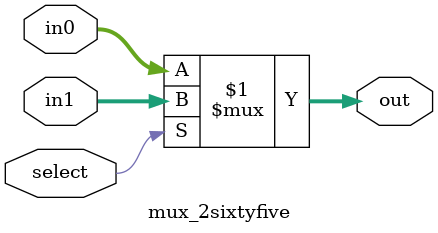
<source format=v>
module mux_2sixtyfive(out, select, in0, in1);
    input select;
    input[64:0] in0, in1;
    output[64:0] out;
    assign out = select ? in1 : in0;
endmodule
</source>
